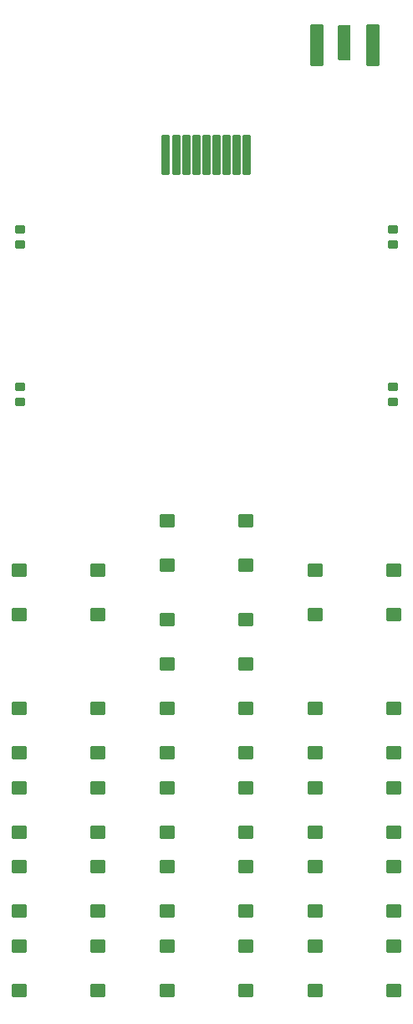
<source format=gbr>
G04*
G04 #@! TF.GenerationSoftware,Altium Limited,Altium Designer,23.0.1 (38)*
G04*
G04 Layer_Color=8421504*
%FSLAX25Y25*%
%MOIN*%
G70*
G04*
G04 #@! TF.SameCoordinates,D75D10E2-2566-4FA1-905F-50A539E45678*
G04*
G04*
G04 #@! TF.FilePolarity,Positive*
G04*
G01*
G75*
G04:AMPARAMS|DCode=17|XSize=61.02mil|YSize=51.18mil|CornerRadius=5.12mil|HoleSize=0mil|Usage=FLASHONLY|Rotation=0.000|XOffset=0mil|YOffset=0mil|HoleType=Round|Shape=RoundedRectangle|*
%AMROUNDEDRECTD17*
21,1,0.06102,0.04095,0,0,0.0*
21,1,0.05079,0.05118,0,0,0.0*
1,1,0.01024,0.02539,-0.02047*
1,1,0.01024,-0.02539,-0.02047*
1,1,0.01024,-0.02539,0.02047*
1,1,0.01024,0.02539,0.02047*
%
%ADD17ROUNDEDRECTD17*%
G04:AMPARAMS|DCode=18|XSize=41.34mil|YSize=31.5mil|CornerRadius=3.15mil|HoleSize=0mil|Usage=FLASHONLY|Rotation=0.000|XOffset=0mil|YOffset=0mil|HoleType=Round|Shape=RoundedRectangle|*
%AMROUNDEDRECTD18*
21,1,0.04134,0.02520,0,0,0.0*
21,1,0.03504,0.03150,0,0,0.0*
1,1,0.00630,0.01752,-0.01260*
1,1,0.00630,-0.01752,-0.01260*
1,1,0.00630,-0.01752,0.01260*
1,1,0.00630,0.01752,0.01260*
%
%ADD18ROUNDEDRECTD18*%
G04:AMPARAMS|DCode=19|XSize=157.48mil|YSize=31.5mil|CornerRadius=3.15mil|HoleSize=0mil|Usage=FLASHONLY|Rotation=90.000|XOffset=0mil|YOffset=0mil|HoleType=Round|Shape=RoundedRectangle|*
%AMROUNDEDRECTD19*
21,1,0.15748,0.02520,0,0,90.0*
21,1,0.15118,0.03150,0,0,90.0*
1,1,0.00630,0.01260,0.07559*
1,1,0.00630,0.01260,-0.07559*
1,1,0.00630,-0.01260,-0.07559*
1,1,0.00630,-0.01260,0.07559*
%
%ADD19ROUNDEDRECTD19*%
G04:AMPARAMS|DCode=20|XSize=53.15mil|YSize=165.35mil|CornerRadius=5.32mil|HoleSize=0mil|Usage=FLASHONLY|Rotation=180.000|XOffset=0mil|YOffset=0mil|HoleType=Round|Shape=RoundedRectangle|*
%AMROUNDEDRECTD20*
21,1,0.05315,0.15472,0,0,180.0*
21,1,0.04252,0.16535,0,0,180.0*
1,1,0.01063,-0.02126,0.07736*
1,1,0.01063,0.02126,0.07736*
1,1,0.01063,0.02126,-0.07736*
1,1,0.01063,-0.02126,-0.07736*
%
%ADD20ROUNDEDRECTD20*%
G04:AMPARAMS|DCode=21|XSize=50mil|YSize=141.73mil|CornerRadius=5mil|HoleSize=0mil|Usage=FLASHONLY|Rotation=180.000|XOffset=0mil|YOffset=0mil|HoleType=Round|Shape=RoundedRectangle|*
%AMROUNDEDRECTD21*
21,1,0.05000,0.13173,0,0,180.0*
21,1,0.04000,0.14173,0,0,180.0*
1,1,0.01000,-0.02000,0.06587*
1,1,0.01000,0.02000,0.06587*
1,1,0.01000,0.02000,-0.06587*
1,1,0.01000,-0.02000,-0.06587*
%
%ADD21ROUNDEDRECTD21*%
D17*
X474902Y561614D02*
D03*
Y543898D02*
D03*
X506201Y561614D02*
D03*
Y543898D02*
D03*
X415846Y563583D02*
D03*
X447146Y581299D02*
D03*
Y563583D02*
D03*
X415846Y581299D02*
D03*
X356791Y561614D02*
D03*
Y543898D02*
D03*
X388090Y561614D02*
D03*
Y543898D02*
D03*
X447146Y524213D02*
D03*
X447146Y541929D02*
D03*
X415846Y524213D02*
D03*
Y541929D02*
D03*
X356791Y506496D02*
D03*
Y488780D02*
D03*
X388091Y506496D02*
D03*
Y488780D02*
D03*
X474902Y506496D02*
D03*
X474902Y488780D02*
D03*
X506201Y506496D02*
D03*
Y488780D02*
D03*
X415846Y506496D02*
D03*
Y488779D02*
D03*
X447146Y506496D02*
D03*
Y488779D02*
D03*
X415846Y475000D02*
D03*
Y457283D02*
D03*
X447146Y475000D02*
D03*
Y457283D02*
D03*
X356791Y475000D02*
D03*
Y457283D02*
D03*
X388090Y475000D02*
D03*
Y457283D02*
D03*
X356791Y443504D02*
D03*
Y425787D02*
D03*
X388090Y443504D02*
D03*
Y425787D02*
D03*
X415846Y443504D02*
D03*
Y425787D02*
D03*
X447146Y443504D02*
D03*
Y425787D02*
D03*
X474902Y457283D02*
D03*
X506201D02*
D03*
Y475000D02*
D03*
X474902D02*
D03*
X474902Y443504D02*
D03*
Y425787D02*
D03*
X506201Y443504D02*
D03*
Y425787D02*
D03*
X474902Y412008D02*
D03*
Y394291D02*
D03*
X506201Y412008D02*
D03*
Y394291D02*
D03*
X415846Y412008D02*
D03*
Y394291D02*
D03*
X447146Y412008D02*
D03*
Y394291D02*
D03*
X388091D02*
D03*
Y412008D02*
D03*
X356791Y394291D02*
D03*
Y412008D02*
D03*
D18*
X505905Y628642D02*
D03*
Y634547D02*
D03*
X505904Y697146D02*
D03*
Y691240D02*
D03*
X357087Y628642D02*
D03*
Y634547D02*
D03*
X357085Y697146D02*
D03*
Y691240D02*
D03*
D19*
X415335Y726975D02*
D03*
X419373D02*
D03*
X423411D02*
D03*
X427448D02*
D03*
X443598Y727032D02*
D03*
X439561D02*
D03*
X435523D02*
D03*
X431485D02*
D03*
X447635D02*
D03*
D20*
X475492Y770472D02*
D03*
X497736D02*
D03*
D21*
X486614Y771654D02*
D03*
M02*

</source>
